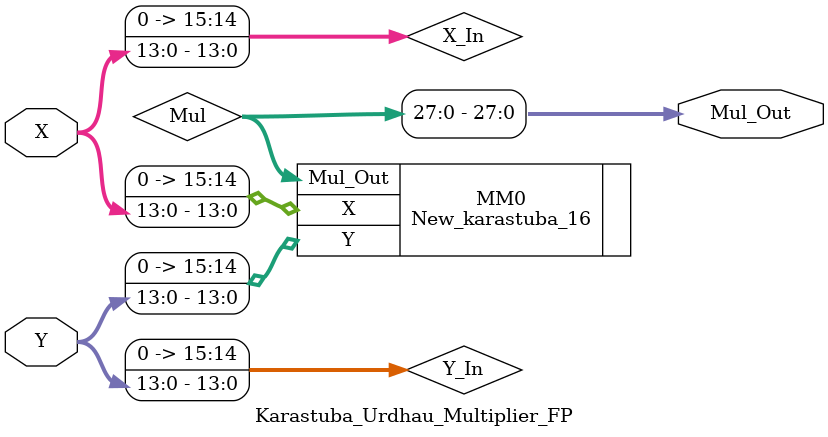
<source format=v>
module Karastuba_Urdhau_Multiplier_FP (X,Y,Mul_Out);
   input [13:0]X; 
   input [13:0] Y;
   output [27:0] Mul_Out;
   wire [15:0]X_In,Y_In;
   wire [31:0]Mul;
   
   assign X_In={2'b00,X};
   assign Y_In={2'b00,Y};
   assign Mul_Out=Mul[27:0];
     
   
   New_karastuba_16 MM0 (
	.X(X_In),
	.Y(Y_In),
	.Mul_Out(Mul)
	);
	
	 
endmodule
</source>
